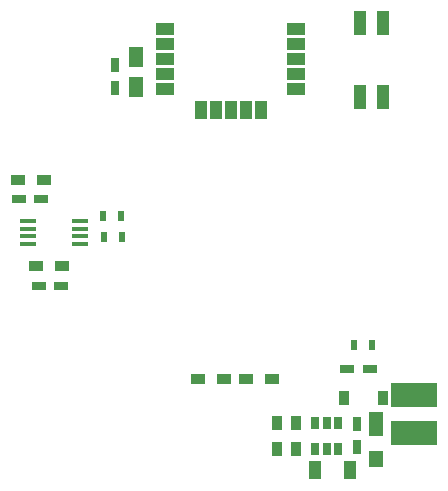
<source format=gtp>
G04 #@! TF.GenerationSoftware,KiCad,Pcbnew,5.0.0-rc2-be01b52~65~ubuntu16.04.1*
G04 #@! TF.CreationDate,2018-06-07T13:00:58+03:00*
G04 #@! TF.ProjectId,livolo_1_channel_1way_eu_switch,6C69766F6C6F5F315F6368616E6E656C,rev?*
G04 #@! TF.SameCoordinates,Original*
G04 #@! TF.FileFunction,Paste,Top*
G04 #@! TF.FilePolarity,Positive*
%FSLAX46Y46*%
G04 Gerber Fmt 4.6, Leading zero omitted, Abs format (unit mm)*
G04 Created by KiCad (PCBNEW 5.0.0-rc2-be01b52~65~ubuntu16.04.1) date Thu Jun  7 13:00:58 2018*
%MOMM*%
%LPD*%
G01*
G04 APERTURE LIST*
%ADD10R,1.500000X1.000000*%
%ADD11R,1.000000X1.500000*%
%ADD12R,1.000000X2.000000*%
%ADD13R,4.000000X2.000000*%
%ADD14R,1.200000X2.000000*%
%ADD15R,1.200000X1.400000*%
%ADD16R,0.900000X1.200000*%
%ADD17R,0.650000X1.060000*%
%ADD18R,1.200000X0.750000*%
%ADD19R,0.750000X1.200000*%
%ADD20R,1.200000X0.900000*%
%ADD21R,0.500000X0.900000*%
%ADD22R,1.260000X1.750000*%
%ADD23R,1.000000X1.600000*%
%ADD24R,1.450000X0.450000*%
G04 APERTURE END LIST*
D10*
G04 #@! TO.C,U5*
X147740000Y-78730000D03*
X147740000Y-77460000D03*
X147740000Y-76190000D03*
X147740000Y-74920000D03*
X147740000Y-73650000D03*
D11*
X139660000Y-80550000D03*
X140930000Y-80550000D03*
X142200000Y-80550000D03*
X143470000Y-80550000D03*
X144740000Y-80550000D03*
D10*
X136640000Y-73650000D03*
X136640000Y-74920000D03*
X136640000Y-76190000D03*
X136640000Y-77460000D03*
X136640000Y-78730000D03*
G04 #@! TD*
D12*
G04 #@! TO.C,J1*
X153100000Y-79425000D03*
X153100000Y-73175000D03*
X155100000Y-79425000D03*
X155100000Y-73175000D03*
G04 #@! TD*
D13*
G04 #@! TO.C,L2*
X157700000Y-104650000D03*
X157700000Y-107900000D03*
G04 #@! TD*
D14*
G04 #@! TO.C,D2*
X154500000Y-107100000D03*
D15*
X154500000Y-110100000D03*
G04 #@! TD*
D16*
G04 #@! TO.C,R2*
X146100000Y-107000000D03*
X146100000Y-109200000D03*
G04 #@! TD*
D17*
G04 #@! TO.C,U2*
X150300000Y-109200000D03*
X151250000Y-109200000D03*
X149350000Y-109200000D03*
X149350000Y-107000000D03*
X150300000Y-107000000D03*
X151250000Y-107000000D03*
G04 #@! TD*
D18*
G04 #@! TO.C,C7*
X153950000Y-102500000D03*
X152050000Y-102500000D03*
G04 #@! TD*
D19*
G04 #@! TO.C,C9*
X152900000Y-109050000D03*
X152900000Y-107150000D03*
G04 #@! TD*
D16*
G04 #@! TO.C,D1*
X155050000Y-104900000D03*
X151750000Y-104900000D03*
G04 #@! TD*
G04 #@! TO.C,R1*
X147700000Y-109200000D03*
X147700000Y-107000000D03*
G04 #@! TD*
D20*
G04 #@! TO.C,R5*
X139400000Y-103300000D03*
X141600000Y-103300000D03*
G04 #@! TD*
G04 #@! TO.C,R6*
X145700000Y-103300000D03*
X143500000Y-103300000D03*
G04 #@! TD*
D21*
G04 #@! TO.C,L1*
X152650000Y-100400000D03*
X154150000Y-100400000D03*
G04 #@! TD*
D22*
G04 #@! TO.C,C1*
X134200000Y-76025000D03*
X134200000Y-78575000D03*
G04 #@! TD*
D19*
G04 #@! TO.C,C2*
X132400000Y-78650000D03*
X132400000Y-76750000D03*
G04 #@! TD*
D23*
G04 #@! TO.C,C10*
X152300000Y-111000000D03*
X149300000Y-111000000D03*
G04 #@! TD*
D18*
G04 #@! TO.C,C3*
X125950000Y-95400000D03*
X127850000Y-95400000D03*
G04 #@! TD*
G04 #@! TO.C,C4*
X126150000Y-88100000D03*
X124250000Y-88100000D03*
G04 #@! TD*
D21*
G04 #@! TO.C,R3*
X131400000Y-89500000D03*
X132900000Y-89500000D03*
G04 #@! TD*
G04 #@! TO.C,R4*
X132950000Y-91300000D03*
X131450000Y-91300000D03*
G04 #@! TD*
D20*
G04 #@! TO.C,R7*
X127900000Y-93700000D03*
X125700000Y-93700000D03*
G04 #@! TD*
G04 #@! TO.C,R8*
X126350000Y-86500000D03*
X124150000Y-86500000D03*
G04 #@! TD*
D24*
G04 #@! TO.C,U3*
X125000000Y-91875000D03*
X125000000Y-91225000D03*
X125000000Y-90575000D03*
X125000000Y-89925000D03*
X129400000Y-89925000D03*
X129400000Y-90575000D03*
X129400000Y-91225000D03*
X129400000Y-91875000D03*
G04 #@! TD*
M02*

</source>
